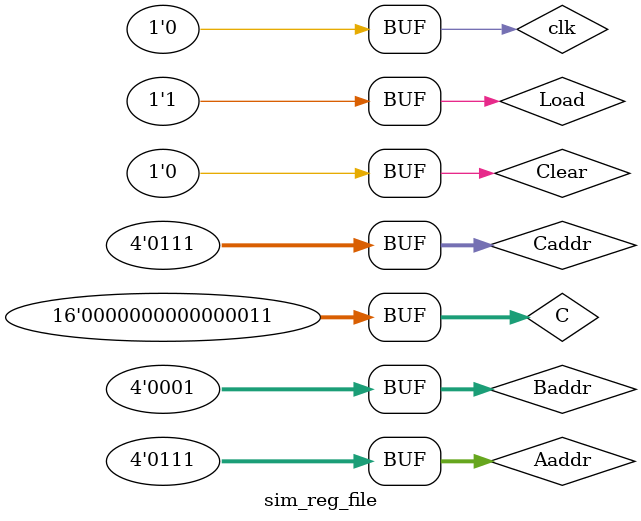
<source format=v>
`timescale 1ns / 1ps


module sim_reg_file();
    reg [3:0] Aaddr;
    reg [3:0] Baddr;
    reg [3:0] Caddr;
    reg Load;
    reg clk;
    reg Clear;
    reg [15:0] C;
    wire [15:0] A;
    wire [15:0] B;
    
    initial begin
    clk=0;
    repeat(1000)
    #1 clk=~clk;
    end
    
    reg_file uut(Aaddr[3:0], Baddr[3:0], Caddr[3:0], Load, clk, Clear, C[15:0], A[15:0], B[15:0]);
    initial
    begin
    #2 Clear=1; Load=0;
    #2 Aaddr=7; Baddr=1; Caddr=15; C=16'b1111111111111111; Clear=0;
    #2 Load=1;
    #2 Caddr=1;
    #2 C=16'b1010101010101010;
    #2 Caddr=7;
    #2 C=16'b0000000000000011;
    end
endmodule
</source>
